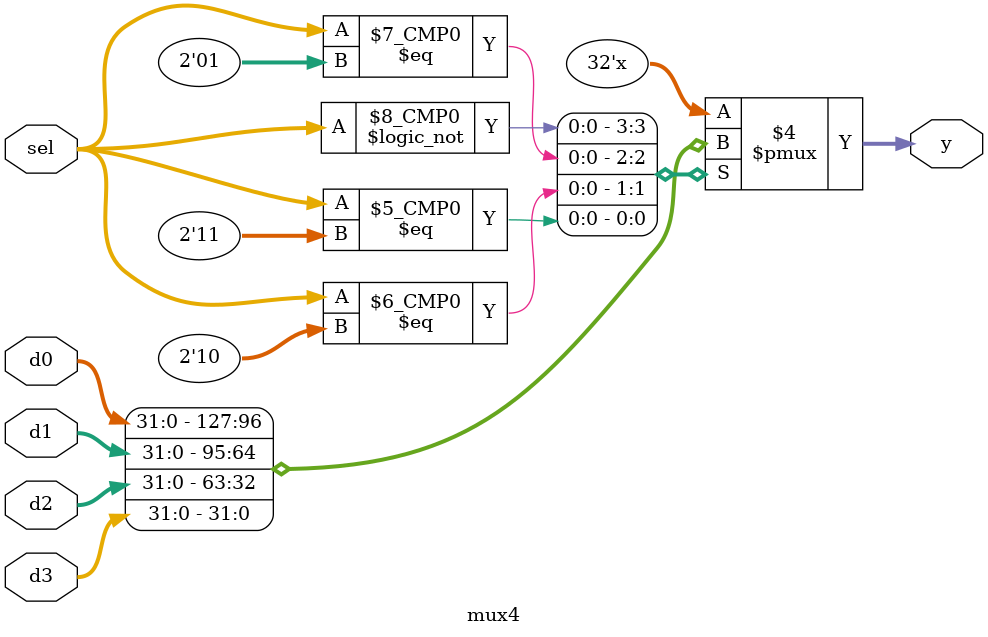
<source format=sv>
`timescale 1ns / 1ps
module PipeFtoD(
    input logic clk, reset, EN,
    input logic [31:0] instrF, PcPlus4F,
    output logic [31:0] instrD, PcPlus4D
    );

    always_ff @(posedge clk or posedge reset) begin
        if(reset) begin
            instrD <= 32'b0;
            PcPlus4D <= 32'b0;
        end else if(EN) begin
            instrD <= instrF;
            PcPlus4D <= PcPlus4F;
        end
    end
endmodule

// WB to IF
module PipeWtoF(
    input logic clk, reset, EN,
    input logic [31:0] PC,
    output logic [31:0] PCF
    );

    always_ff @(posedge clk or posedge reset) begin
        if(reset) begin
            PCF <= 32'b0;
        end else if(EN) begin
            PCF <= PC;
        end
    end
endmodule

// ID to EXE
module PipeDtoE(
    input logic clk, reset, CLR,
    
    input logic [31:0] RD1D, RD2D, SignImmD,
    input logic [4:0] rsD, rtD, rdD,
    input logic RegWriteD, MemToRegD, MemWriteD,
    input logic [2:0] ALUControlD,
    input logic ALUSrcD, RegDstD,
    
    output logic [31:0] RD1E, RD2E, SignImmE, 
    output logic [4:0] rsE, rtE, rdE,
    output logic RegWriteE, MemToRegE, MemWriteE,   
    output logic [2:0] ALUControlE,
    output logic ALUSrcE, RegDstE   
    );
    
    always_ff @(posedge clk) begin
        if(CLR || reset) begin
            RD1E <= 32'b0;
            RD2E <= 32'b0; 
            SignImmE <= 32'b0; 
            
            rsE <= 5'b0;
            rtE <= 5'b0;
            rdE <= 5'b0;
            
            RegWriteE <= 1'b0;
            MemToRegE <= 1'b0; 
            MemWriteE <= 1'b0; 
            ALUControlE <= 3'b0; 
            ALUSrcE <= 1'b0;
            RegDstE <= 1'b0;       
        end else begin
            // ID to EXE stage
            RD1E <= RD1D;
            RD2E <= RD2D;
            SignImmE <= SignImmD;
            
            rsE <= rsD;
            rtE <= rtD;
            rdE <= rdD;
            
            RegWriteE <= RegWriteD;
            MemToRegE <= MemToRegD; 
            MemWriteE <= MemWriteD; 
            ALUControlE <= ALUControlD; 
            ALUSrcE <= ALUSrcD;
            RegDstE <= RegDstD; 
        end   
    end     
endmodule

// EXE to MEM
module PipeEtoM(
    input logic clk, reset,
    
    input logic [31:0] ALUOutE, WriteDataE,
    input logic [4:0] WriteRegE,
    input logic RegWriteE, MemToRegE, MemWriteE,
    
    output logic [31:0] ALUOutM, WriteDataM,
    output logic [4:0] WriteRegM,
    output logic RegWriteM, MemToRegM, MemWriteM
    );
	
	always_ff @(posedge clk) begin 
	   if(reset) begin
	       ALUOutM <= 32'b0;
	       WriteDataM <= 32'b0;
	       WriteRegM <= 5'b0; 
	       RegWriteM <= 1'b0; 
	       MemToRegM <= 1'b0; 
	       MemWriteM <= 1'b0;
	   end else begin 
	       ALUOutM <= ALUOutE;
	       WriteDataM <= WriteDataE;
	       WriteRegM <= WriteRegE; 
	       RegWriteM <= RegWriteE; 
	       MemToRegM <= MemToRegE; 
	       MemWriteM <= MemWriteE;
	   end	
	end           
endmodule

// MEM to WB
module PipeMtoW(
    input logic clk, reset,
    
    input logic [31:0] ReadDataM, ALUOutM,
    input logic [4:0] WriteRegM,
    input logic RegWriteM, MemToRegM,
    
    output logic [31:0] ReadDataW, ALUOutW,
    output logic [4:0] WriteRegW,
    output logic RegWriteW, MemToRegW
    );
	
	always_ff @(posedge clk) begin
	   if(reset) begin
	       ReadDataW <= 32'b0;
	       ALUOutW <= 32'b0;
	       WriteRegW <= 5'b0; 
	       RegWriteW <= 1'b0; 
	       MemToRegW <= 1'b0; 
	   end else begin 
	       ReadDataW <= ReadDataM;
	       ALUOutW <= ALUOutM;
	       WriteRegW <= WriteRegM; 
	       RegWriteW <= RegWriteM; 
	       MemToRegW <= MemToRegM; 	   
	   end
	end               
endmodule

// PIPELINED DATAPATH
module datapath(
    input logic clk, reset,    
    input logic MemToRegD, ALUSrcD, RegDstD, RegWriteD,
    input logic [2:0] ALUControlD,
    input logic BranchD, Jump,
    input logic rsD, rtD, rdD,
    
    output logic MemWriteD,
    output logic [31:0] instrF, PCF, instrD, 
    output logic [31:0] ALUOutE, WriteDataE, ReadDataW, ResultW,
    output logic StallF, StallD
    ); 

    // Internal Signals //
    logic ForwardAD, ForwardBD;
    logic [1:0] ForwardAE, ForwardBE;
    
    logic [4:0] WriteRegW, WriteRegE, WriteRegM;
    logic RegWriteE, RegWriteW, RegWriteM, MemToRegM, MemWriteM;
    logic MemToRegW, MemToRegE, MemWriteE, ALUSrcE, RegDstE, ZeroE, FlushE;
    logic [2:0] ALUControlE;
    logic [31:0] WriteDataM, ALUOutM, ReadDataM, ALUOutW;
        
    logic [31:0] PcPlus4D, JumpAddr, PC, PCNext, PcPlus4, PcBranchD;
    logic [31:0] SignImmD, SignImmExt, SignImmE;
    
    logic [4:0] rsE, rtE, rdE;
    logic [31:0] SrcAE, SrcBE, RD1D, RD2D, RD1E, RD2E;
    logic [31:0] RD1D_Temp, RD2D_Temp;
    logic Enable1, Enable2;
    localparam ZERO = 1'b0;
    // End of Integral Signals //
 
    // Hazard Unit
    HazardUnit hazard_unit(
        .RegWriteW(RegWriteW), 
        .WriteRegE(WriteRegE), .WriteRegW(WriteRegW),
        .RegWriteM(RegWriteM), .MemToRegM(MemToRegM),
        .WriteRegM(WriteRegM),           
        .RegWriteE(RegWriteE), .MemToRegE(MemToRegE),
        .rsE(rsE), .rtE(rtE), 
        .rsD(instrD[25:21]), .rtD(instrD[20:16]),    
        .BranchD(BranchD), .Jump(Jump),
        .ForwardAE(ForwardAE), .ForwardBE(ForwardBE),
        .ForwardAD(ForwardAD), .ForwardBD(ForwardBD),
        .FlushE(FlushE), .StallD(StallD), .StallF(StallF)
    );
    
    // IF to ID
    assign Enable2 = ~StallD && 1;
    PipeFtoD fd_pipe(clk, reset, Enable2, instrF, PcPlus4, instrD, PcPlus4D);       
    imem instr_mem(PCF[7:2], instrF);
    regfile reg_file(clk, ZERO, RegWriteW, instrD[25:21], instrD[20:16], WriteRegW, ResultW, RD1D_Temp, RD2D_Temp);
   
    // ID to EXE    
    always_comb begin
        if(ForwardAD) begin
            RD1D = ALUOutM;
        end else begin
            RD1D = RD1D_Temp;
        end
        
        if(ForwardBD) begin
            RD2D = ALUOutM;
        end else begin
            RD2D = RD2D_Temp;
        end   
    end 
    
    PipeDtoE de_pipe(
        .clk(clk), .reset(reset), .CLR(FlushE), 
        .RD1D(RD1D), .RD2D(RD2D), .SignImmD(SignImmD),
        .rsD(instrD[25:21]), .rtD(instrD[20:16]), .rdD(instrD[15:11]),      
        .RegWriteD(RegWriteD), .MemToRegD(MemToRegD), .MemWriteD(MemWriteD), 
        .ALUControlD(ALUControlD), 
        .ALUSrcD(ALUSrcD), .RegDstD(RegDstD), 

        .RD1E(RD1E), .RD2E(RD2E), .SignImmE(SignImmE), 
        .rsE(rsE), .rtE(rtE), .rdE(rdE),   
        .RegWriteE(RegWriteE), .MemToRegE(MemToRegE), .MemWriteE(MemWriteE), 
        .ALUControlE(ALUControlE), 
        .ALUSrcE(ALUSrcE), .RegDstE(RegDstE)
    );

    // EXE Stage Forwarding
    mux4 #(32)forwardA_mux(RD1E, ResultW, ALUOutM, ZERO, ForwardAE, SrcAE);
    mux4 #(32)forwardB_mux(RD2E, ResultW, ALUOutM, ZERO, ForwardBE, WriteDataE);
    
    // Choose WriteReg and ALU Input
    always_comb begin
        if(RegDstE) begin
            WriteRegE = rdE;
        end else begin
            WriteRegE = rtE;
        end
        
        if(ALUSrcE) begin
            SrcBE = SignImmE;
        end else begin
            SrcBE = WriteDataE;
        end   
    end
    alu alu1(SrcAE, SrcBE, ALUControlE, ALUOutE, ZeroE);

    // EXE to MEM
    PipeEtoM pEtoM(
        .clk(clk), .reset(reset),
        .RegWriteE(RegWriteE), .MemToRegE(MemToRegE), .MemWriteE(MemWriteE), 
        .ALUOutE(ALUOutE), .WriteDataE(WriteDataE), .WriteRegE(WriteRegE),
        
        .RegWriteM(RegWriteM), .MemToRegM(MemToRegM), .MemWriteM(MemWriteM), 
        .ALUOutM(ALUOutM), .WriteDataM(WriteDataM), .WriteRegM(WriteRegM)
    );

    // MEM to WB
    dmem decode_mem(clk, MemWriteM, ALUOutM, WriteDataM, ReadDataM);      
    PipeMtoW mw_pipe(
        .clk(clk), .reset(reset),
        .ReadDataM(ReadDataM), .ALUOutM(ALUOutM), 
        .WriteRegM(WriteRegM),
        .RegWriteM(RegWriteM), .MemToRegM(MemToRegM),
         
        .ReadDataW(ReadDataW), .ALUOutW(ALUOutW), 
        .WriteRegW(WriteRegW),
        .RegWriteW(RegWriteW), .MemToRegW(MemToRegW)
    );
    
    // WB to IF
    assign Enable1 = ~StallF && 1;
    PipeWtoF wf_pipe(clk, reset, Enable1, PC, PCF);
    
    // PC
    signext sign_ext(instrD[15:0], SignImmD);
    assign SignImmExt = SignImmD << 2;
    adder pc_branch_inc(SignImmExt, PcPlus4D, PcBranchD);
    adder pc4_inc(PCF, 32'd4, PcPlus4);
    
    always_comb begin
        if(MemToRegW) begin
            ResultW = ReadDataW;
        end else begin
            ResultW = ALUOutW;
        end
        
        if(BranchD && (RD1D == RD2D)) begin
            PCNext = PcBranchD;
        end else begin
            PCNext = PcPlus4;
        end   
    end
    
    // Jump
    logic [3:0] upper_bits = PcPlus4D[31:28];
    logic [25:0] jump_offset = instrD[25:0];
    assign JumpAddr = {upper_bits, jump_offset, 2'b00};
    mux2 #(32) jump_sel(PCNext, JumpAddr, Jump, PC);
endmodule


// HAZARD UNIT
module HazardUnit(
    input logic RegWriteW,
    input logic [4:0] WriteRegE, WriteRegW,
    input logic RegWriteM, MemToRegM,
    input logic [4:0] WriteRegM,
    input logic RegWriteE, MemToRegE,
    input logic [4:0] rsE, rtE,
    input logic [4:0] rsD, rtD,
    input logic BranchD, Jump,
    
    output logic [1:0] ForwardAE, ForwardBE,
    output logic ForwardAD, ForwardBD,
    output logic FlushE, StallD, StallF
    );
    
    logic lwstall, branchstall;
    
    always_comb begin
        // ForwardAE
        if((rsE != 0) && rsE == WriteRegM && RegWriteM)
            ForwardAE = 2'b10; // forward from MEM stage
        else if((rsE != 0) && rsE == WriteRegW && RegWriteW)
            ForwardAE = 2'b01; // forward from WB stage
        else
            ForwardAE = 2'b00; 
            
       // ForwardBE
        if((rtE != 0) && rtE == WriteRegM && RegWriteM)
            ForwardBE = 2'b10; // forward from MEM stage
        else if((rtE != 0) && rtE == WriteRegW && RegWriteW)
            ForwardBE = 2'b01; // forward from WB stage
        else
            ForwardBE = 2'b00;
        
        // ForwardAD and ForwardBD: forwarding for DECODE stage
        ForwardAD = rsD != 0 && rsD == WriteRegM && RegWriteM;
        ForwardBD = rtD != 0 && rtD == WriteRegM && RegWriteM;
        
        // StallD and StallF: for load-use and branch hazards
        lwstall = MemToRegE && (rsD == rtE || rtD == rtE);
        branchstall = (BranchD && RegWriteE && (WriteRegE == rsD || WriteRegE == rtD)) || 
                      (BranchD && MemToRegM && (WriteRegM == rsD || WriteRegM == rtD));
        
        StallD = lwstall || branchstall;
        StallF = lwstall || branchstall;
        FlushE = lwstall || branchstall || Jump;     
    end
endmodule

// TOP MODULE OF THE PIPELINED PROCESSOR
module mips(
    input logic clk, reset,
    
    output logic [31:0] PCF, InstrFetch, InstrDec,
    output logic [31:0] ALUOut, ResultW, WriteDataE, ReadDataM,
    output logic MemWrite, RegWrite, Jump, StallD, StallF
    );

    logic MemToReg, ALUSrc, RegDst, BranchD;
    logic [2:0] ALUControl;
    localparam ZERO = 1'b0;
    logic lwstall, branchstall;
    logic rsD, rtD, rdD;
	
	controller controls(InstrDec[31:26], InstrDec[5:0], MemToReg, MemWrite, ALUSrc, RegDst, RegWrite, Jump, ALUControl, BranchD);   
    datapath pipelined(clk, reset, MemToReg, ALUSrc, RegDst, RegWrite, ALUControl, BranchD, Jump, ZERO, ZERO, ZERO, MemWrite,
                InstrFetch, PCF, InstrDec, ALUOut, WriteDataE, ReadDataM, ResultW, StallF, StallD);
endmodule


module imem(input logic [5:0] addr, output logic [31:0] instr);
	always_comb
      case({addr,2'b00})
//		address		instruction
//		-------		-----------
        8'h00: instr = 32'h20080005; // addi $t0, $zero, 5
        8'h04: instr = 32'h2009000a; // addi $t1, $zero, 10
        8'h08: instr = 32'h200a000f; // addi $t2, $zero, 15
        8'h0c: instr = 32'h200b0014; // addi $t3, $zero, 20
        8'h10: instr = 32'h01096020; // add $t4, $t0, $t1
        8'h14: instr = 32'h012a6824; // and $t5, $t1, $t2
        8'h18: instr = 32'had100044; // sw $s0, 0x44($t0)
        8'h1c: instr = 32'h8d710044; // lw $s1, 0x44($t3)
	    default: instr = { 32{1'bx} };
	  endcase
endmodule


// 	***************************************************************************
// 	***************************************************************************
//	Below are the modules that you shouldn't need to modify at all..
//	***************************************************************************
//	***************************************************************************
module controller(input  logic[5:0] op, funct,
                  output logic     memtoreg, memwrite,
                  output logic     alusrc,
                  output logic     regdst, regwrite,
                  output logic     jump,
                  output logic[2:0] alucontrol,
                  output logic branch);

   logic [1:0] aluop;

   maindec md (op, memtoreg, memwrite, branch, alusrc, regdst, regwrite, 
         jump, aluop);

   aludec  ad (funct, aluop, alucontrol);
endmodule

// External data memory used by MIPS single-cycle processor
module dmem (input  logic        clk, we,
             input  logic[31:0]  a, wd,
             output logic[31:0]  rd);

   logic  [31:0] RAM[63:0];
  
   assign rd = RAM[a[31:2]];    // word-aligned  read (for lw)

   always_ff @(posedge clk)
     if (we)
       RAM[a[31:2]] <= wd;      // word-aligned write (for sw)
endmodule

module maindec (input logic[5:0] op, 
	              output logic memtoreg, memwrite, branch,
	              output logic alusrc, regdst, regwrite, jump,
	              output logic[1:0] aluop );
   logic [8:0] controls;

   assign {regwrite, regdst, alusrc, branch, memwrite,
                memtoreg,  aluop, jump} = controls;

  always_comb
    case(op)
      6'b000000: controls <= 9'b110000100; // R-type
      6'b100011: controls <= 9'b101001000; // LW
      6'b101011: controls <= 9'b001010000; // SW
      6'b000100: controls <= 9'b000100010; // BEQ
      6'b001000: controls <= 9'b101000000; // ADDI
      6'b000010: controls <= 9'b000000001; // J
      default:   controls <= 9'bxxxxxxxxx; // illegal op
    endcase
endmodule

module aludec (input    logic[5:0] funct,
               input    logic[1:0] aluop,
               output   logic[2:0] alucontrol);
  always_comb
    case(aluop)
      2'b00: alucontrol  = 3'b010;  // add  (for lw/sw/addi)
      2'b01: alucontrol  = 3'b110;  // sub   (for beq)
      default: case(funct)          // R-TYPE instructions
          6'b100000: alucontrol  = 3'b010; // ADD
          6'b100010: alucontrol  = 3'b110; // SUB
          6'b100100: alucontrol  = 3'b000; // AND
          6'b100101: alucontrol  = 3'b001; // OR
          6'b101010: alucontrol  = 3'b111; // SLT
          default:   alucontrol  = 3'bxxx; // ???
        endcase
    endcase
endmodule

module regfile (input    logic clk, reset, we3, 
                input    logic[4:0]  ra1, ra2, wa3, 
                input    logic[31:0] wd3, 
                output   logic[31:0] rd1, rd2);

  logic [31:0] rf [31:0];

  always_ff @(negedge clk)
	 if (reset)
		for (int i=0; i<32; i++) rf[i] = 32'b0;
     else if (we3) 
         rf [wa3] <= wd3;	

  assign rd1 = (ra1 != 0) ? rf [ra1] : 0;
  assign rd2 = (ra2 != 0) ? rf[ ra2] : 0;
endmodule

module alu(input  logic [31:0] a, b, 
           input  logic [2:0]  alucont, 
           output logic [31:0] result,
           output logic zero);
    
    always_comb
        case(alucont)
            3'b010: result = a + b;
            3'b110: result = a - b;
            3'b000: result = a & b;
            3'b001: result = a | b;
            3'b111: result = (a < b) ? 1 : 0;
            default: result = {32{1'bx}};
        endcase
    
    assign zero = (result == 0) ? 1'b1 : 1'b0;    
endmodule

module adder (input  logic[31:0] a, b,
              output logic[31:0] y);
     
     assign y = a + b;
endmodule

module signext (input  logic[15:0] a,
                output logic[31:0] y);
              
  assign y = {{16{a[15]}}, a};    // sign-extends 16-bit a
endmodule


// paramaterized 2-to-1 MUX
module mux2 #(parameter WIDTH = 8)
             (input  logic[WIDTH-1:0] d0, d1,  
              input  logic s, 
              output logic[WIDTH-1:0] y);
  
   assign y = s ? d1 : d0; 
endmodule

// Parametrized 4-to-1 MUX
module mux4 #(parameter WIDTH = 32) (
    input  logic [WIDTH-1:0] d0, d1, d2, d3, 
    input  logic [1:0]       sel,           
    output logic [WIDTH-1:0] y            
);
    always_comb begin
        case (sel)
            2'b00: y = d0; 
            2'b01: y = d1;  
            2'b10: y = d2; 
            2'b11: y = d3;
            default: y = {WIDTH{1'bx}}; 
        endcase
    end
endmodule
</source>
